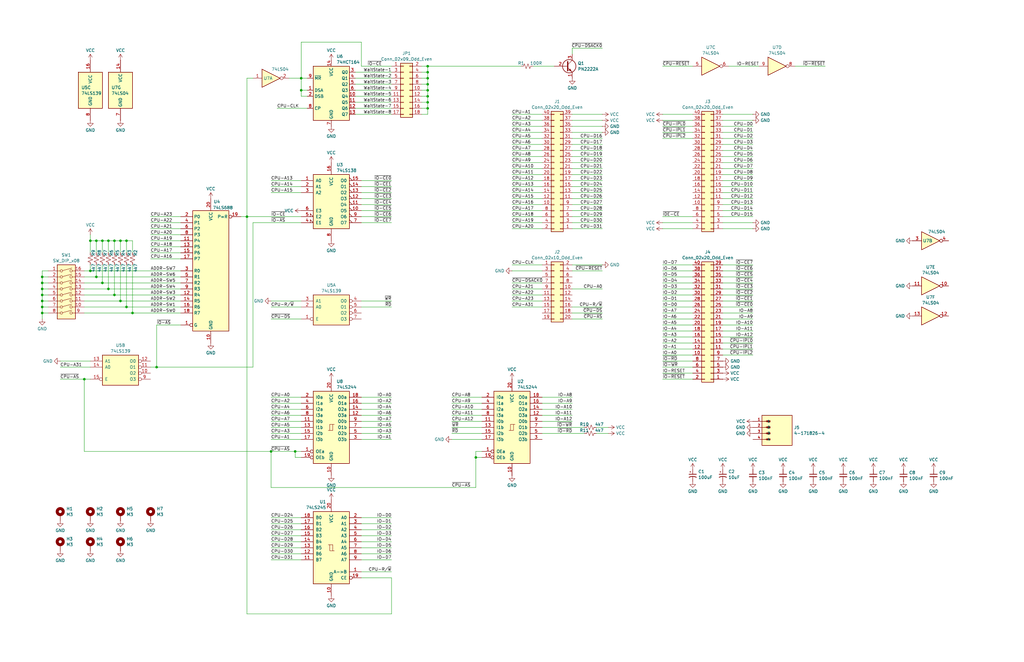
<source format=kicad_sch>
(kicad_sch (version 20231120) (generator "eeschema") (generator_version "8.0")
  (paper "B")
  (junction (at 127 33.02))
  (junction (at 180.34 38.1))
  (junction (at 180.34 43.18))
  (junction (at 48.26 101.6))
  (junction (at 180.34 30.48))
  (junction (at 17.78 129.54))
  (junction (at 17.78 116.84))
  (junction (at 53.34 101.6))
  (junction (at 17.78 124.46))
  (junction (at 127 38.1))
  (junction (at 53.34 129.54))
  (junction (at 45.72 121.92))
  (junction (at 66.04 154.94))
  (junction (at 48.26 124.46))
  (junction (at 17.78 127))
  (junction (at 17.78 121.92))
  (junction (at 45.72 101.6))
  (junction (at 104.14 91.44))
  (junction (at 17.78 119.38))
  (junction (at 114.3 190.5))
  (junction (at 180.34 27.94))
  (junction (at 38.1 114.3))
  (junction (at 180.34 35.56))
  (junction (at 180.34 40.64))
  (junction (at 180.34 45.72))
  (junction (at 43.18 101.6))
  (junction (at 40.64 116.84))
  (junction (at 17.78 132.08))
  (junction (at 50.8 101.6))
  (junction (at 35.56 160.02))
  (junction (at 124.46 190.5))
  (junction (at 50.8 127))
  (junction (at 180.34 33.02))
  (junction (at 55.88 132.08))
  (junction (at 40.64 101.6))
  (junction (at 200.66 193.04))
  (junction (at 43.18 119.38))
  (junction (at 38.1 101.6))
  (wire (pts (xy 215.9 48.26) (xy 228.6 48.26)))
  (wire (pts (xy 177.8 33.02) (xy 180.34 33.02)))
  (wire (pts (xy 50.8 101.6) (xy 50.8 106.68)))
  (wire (pts (xy 177.8 27.94) (xy 180.34 27.94)))
  (wire (pts (xy 106.68 154.94) (xy 106.68 93.98)))
  (wire (pts (xy 53.34 101.6) (xy 53.34 106.68)))
  (wire (pts (xy 17.78 121.92) (xy 17.78 119.38)))
  (wire (pts (xy 38.1 114.3) (xy 76.2 114.3)))
  (wire (pts (xy 292.1 137.16) (xy 279.4 137.16)))
  (wire (pts (xy 292.1 111.76) (xy 279.4 111.76)))
  (wire (pts (xy 152.4 233.68) (xy 165.1 233.68)))
  (wire (pts (xy 203.2 193.04) (xy 200.66 193.04)))
  (wire (pts (xy 241.3 132.08) (xy 254 132.08)))
  (wire (pts (xy 165.1 259.08) (xy 104.14 259.08)))
  (wire (pts (xy 292.1 147.32) (xy 279.4 147.32)))
  (wire (pts (xy 292.1 116.84) (xy 279.4 116.84)))
  (wire (pts (xy 241.3 68.58) (xy 254 68.58)))
  (wire (pts (xy 241.3 22.86) (xy 241.3 20.32)))
  (wire (pts (xy 165.1 33.02) (xy 149.86 33.02)))
  (wire (pts (xy 304.8 124.46) (xy 317.5 124.46)))
  (wire (pts (xy 180.34 30.48) (xy 180.34 27.94)))
  (wire (pts (xy 43.18 119.38) (xy 76.2 119.38)))
  (wire (pts (xy 17.78 132.08) (xy 17.78 129.54)))
  (wire (pts (xy 43.18 101.6) (xy 40.64 101.6)))
  (wire (pts (xy 292.1 134.62) (xy 279.4 134.62)))
  (wire (pts (xy 152.4 81.28) (xy 165.1 81.28)))
  (wire (pts (xy 241.3 78.74) (xy 254 78.74)))
  (wire (pts (xy 40.64 111.76) (xy 40.64 116.84)))
  (wire (pts (xy 215.9 60.96) (xy 228.6 60.96)))
  (wire (pts (xy 200.66 190.5) (xy 203.2 190.5)))
  (wire (pts (xy 165.1 43.18) (xy 149.86 43.18)))
  (wire (pts (xy 304.8 142.24) (xy 317.5 142.24)))
  (wire (pts (xy 215.9 66.04) (xy 228.6 66.04)))
  (wire (pts (xy 165.1 45.72) (xy 149.86 45.72)))
  (wire (pts (xy 114.3 218.44) (xy 127 218.44)))
  (wire (pts (xy 114.3 76.2) (xy 127 76.2)))
  (wire (pts (xy 114.3 223.52) (xy 127 223.52)))
  (wire (pts (xy 251.46 180.34) (xy 256.54 180.34)))
  (wire (pts (xy 40.64 101.6) (xy 40.64 106.68)))
  (wire (pts (xy 304.8 121.92) (xy 317.5 121.92)))
  (wire (pts (xy 152.4 167.64) (xy 165.1 167.64)))
  (wire (pts (xy 228.6 180.34) (xy 246.38 180.34)))
  (wire (pts (xy 215.9 76.2) (xy 228.6 76.2)))
  (wire (pts (xy 304.8 78.74) (xy 317.5 78.74)))
  (wire (pts (xy 17.78 116.84) (xy 20.32 116.84)))
  (wire (pts (xy 215.9 91.44) (xy 228.6 91.44)))
  (wire (pts (xy 335.28 27.94) (xy 347.98 27.94)))
  (wire (pts (xy 241.3 55.88) (xy 254 55.88)))
  (wire (pts (xy 127 33.02) (xy 127 38.1)))
  (wire (pts (xy 17.78 127) (xy 20.32 127)))
  (wire (pts (xy 124.46 193.04) (xy 124.46 190.5)))
  (wire (pts (xy 317.5 149.86) (xy 304.8 149.86)))
  (wire (pts (xy 63.5 106.68) (xy 76.2 106.68)))
  (wire (pts (xy 114.3 226.06) (xy 127 226.06)))
  (wire (pts (xy 55.88 132.08) (xy 76.2 132.08)))
  (wire (pts (xy 304.8 88.9) (xy 317.5 88.9)))
  (wire (pts (xy 215.9 78.74) (xy 228.6 78.74)))
  (wire (pts (xy 180.34 27.94) (xy 219.71 27.94)))
  (wire (pts (xy 17.78 127) (xy 17.78 124.46)))
  (wire (pts (xy 35.56 114.3) (xy 38.1 114.3)))
  (wire (pts (xy 292.1 121.92) (xy 279.4 121.92)))
  (wire (pts (xy 104.14 33.02) (xy 104.14 91.44)))
  (wire (pts (xy 63.5 93.98) (xy 76.2 93.98)))
  (wire (pts (xy 292.1 127) (xy 279.4 127)))
  (wire (pts (xy 228.6 177.8) (xy 241.3 177.8)))
  (wire (pts (xy 127 193.04) (xy 124.46 193.04)))
  (wire (pts (xy 17.78 116.84) (xy 17.78 114.3)))
  (wire (pts (xy 114.3 220.98) (xy 127 220.98)))
  (wire (pts (xy 215.9 93.98) (xy 228.6 93.98)))
  (wire (pts (xy 215.9 71.12) (xy 228.6 71.12)))
  (wire (pts (xy 292.1 50.8) (xy 279.4 50.8)))
  (wire (pts (xy 304.8 127) (xy 317.5 127)))
  (wire (pts (xy 35.56 119.38) (xy 43.18 119.38)))
  (wire (pts (xy 152.4 218.44) (xy 165.1 218.44)))
  (wire (pts (xy 152.4 170.18) (xy 165.1 170.18)))
  (wire (pts (xy 304.8 111.76) (xy 317.5 111.76)))
  (wire (pts (xy 241.3 50.8) (xy 254 50.8)))
  (wire (pts (xy 165.1 40.64) (xy 149.86 40.64)))
  (wire (pts (xy 292.1 149.86) (xy 279.4 149.86)))
  (wire (pts (xy 304.8 116.84) (xy 317.5 116.84)))
  (wire (pts (xy 292.1 132.08) (xy 279.4 132.08)))
  (wire (pts (xy 76.2 137.16) (xy 66.04 137.16)))
  (wire (pts (xy 17.78 121.92) (xy 20.32 121.92)))
  (wire (pts (xy 104.14 259.08) (xy 104.14 91.44)))
  (wire (pts (xy 165.1 27.94) (xy 152.4 27.94)))
  (wire (pts (xy 104.14 91.44) (xy 127 91.44)))
  (wire (pts (xy 165.1 38.1) (xy 149.86 38.1)))
  (wire (pts (xy 279.4 55.88) (xy 292.1 55.88)))
  (wire (pts (xy 215.9 86.36) (xy 228.6 86.36)))
  (wire (pts (xy 304.8 76.2) (xy 317.5 76.2)))
  (wire (pts (xy 63.5 91.44) (xy 76.2 91.44)))
  (wire (pts (xy 177.8 30.48) (xy 180.34 30.48)))
  (wire (pts (xy 228.6 167.64) (xy 241.3 167.64)))
  (wire (pts (xy 152.4 226.06) (xy 165.1 226.06)))
  (wire (pts (xy 124.46 190.5) (xy 127 190.5)))
  (wire (pts (xy 292.1 144.78) (xy 279.4 144.78)))
  (wire (pts (xy 152.4 223.52) (xy 165.1 223.52)))
  (wire (pts (xy 165.1 243.84) (xy 165.1 259.08)))
  (wire (pts (xy 304.8 81.28) (xy 317.5 81.28)))
  (wire (pts (xy 307.34 27.94) (xy 320.04 27.94)))
  (wire (pts (xy 215.9 58.42) (xy 228.6 58.42)))
  (wire (pts (xy 35.56 121.92) (xy 45.72 121.92)))
  (wire (pts (xy 152.4 182.88) (xy 165.1 182.88)))
  (wire (pts (xy 304.8 134.62) (xy 317.5 134.62)))
  (wire (pts (xy 241.3 88.9) (xy 254 88.9)))
  (wire (pts (xy 215.9 50.8) (xy 228.6 50.8)))
  (wire (pts (xy 292.1 114.3) (xy 279.4 114.3)))
  (wire (pts (xy 152.4 236.22) (xy 165.1 236.22)))
  (wire (pts (xy 127 33.02) (xy 129.54 33.02)))
  (wire (pts (xy 292.1 139.7) (xy 279.4 139.7)))
  (wire (pts (xy 53.34 111.76) (xy 53.34 129.54)))
  (wire (pts (xy 17.78 129.54) (xy 20.32 129.54)))
  (wire (pts (xy 177.8 38.1) (xy 180.34 38.1)))
  (wire (pts (xy 104.14 33.02) (xy 106.68 33.02)))
  (wire (pts (xy 241.3 20.32) (xy 254 20.32)))
  (wire (pts (xy 215.9 73.66) (xy 228.6 73.66)))
  (wire (pts (xy 215.9 121.92) (xy 228.6 121.92)))
  (wire (pts (xy 152.4 228.6) (xy 165.1 228.6)))
  (wire (pts (xy 38.1 111.76) (xy 38.1 114.3)))
  (wire (pts (xy 40.64 116.84) (xy 76.2 116.84)))
  (wire (pts (xy 48.26 111.76) (xy 48.26 124.46)))
  (wire (pts (xy 180.34 43.18) (xy 180.34 40.64)))
  (wire (pts (xy 152.4 220.98) (xy 165.1 220.98)))
  (wire (pts (xy 152.4 231.14) (xy 165.1 231.14)))
  (wire (pts (xy 63.5 154.94) (xy 66.04 154.94)))
  (wire (pts (xy 292.1 119.38) (xy 279.4 119.38)))
  (wire (pts (xy 35.56 190.5) (xy 114.3 190.5)))
  (wire (pts (xy 127 134.62) (xy 114.3 134.62)))
  (wire (pts (xy 35.56 116.84) (xy 40.64 116.84)))
  (wire (pts (xy 53.34 101.6) (xy 50.8 101.6)))
  (wire (pts (xy 50.8 101.6) (xy 48.26 101.6)))
  (wire (pts (xy 304.8 68.58) (xy 317.5 68.58)))
  (wire (pts (xy 215.9 111.76) (xy 228.6 111.76)))
  (wire (pts (xy 215.9 55.88) (xy 228.6 55.88)))
  (wire (pts (xy 17.78 119.38) (xy 20.32 119.38)))
  (wire (pts (xy 25.4 160.02) (xy 35.56 160.02)))
  (wire (pts (xy 292.1 142.24) (xy 279.4 142.24)))
  (wire (pts (xy 241.3 73.66) (xy 254 73.66)))
  (wire (pts (xy 292.1 48.26) (xy 279.4 48.26)))
  (wire (pts (xy 129.54 40.64) (xy 127 40.64)))
  (wire (pts (xy 292.1 157.48) (xy 279.4 157.48)))
  (wire (pts (xy 152.4 83.82) (xy 165.1 83.82)))
  (wire (pts (xy 50.8 127) (xy 76.2 127)))
  (wire (pts (xy 224.79 27.94) (xy 233.68 27.94)))
  (wire (pts (xy 215.9 124.46) (xy 228.6 124.46)))
  (wire (pts (xy 317.5 147.32) (xy 304.8 147.32)))
  (wire (pts (xy 17.78 132.08) (xy 20.32 132.08)))
  (wire (pts (xy 114.3 182.88) (xy 127 182.88)))
  (wire (pts (xy 17.78 124.46) (xy 20.32 124.46)))
  (wire (pts (xy 304.8 132.08) (xy 317.5 132.08)))
  (wire (pts (xy 55.88 106.68) (xy 55.88 101.6)))
  (wire (pts (xy 228.6 119.38) (xy 215.9 119.38)))
  (wire (pts (xy 251.46 182.88) (xy 256.54 182.88)))
  (wire (pts (xy 190.5 177.8) (xy 203.2 177.8)))
  (wire (pts (xy 228.6 172.72) (xy 241.3 172.72)))
  (wire (pts (xy 152.4 78.74) (xy 165.1 78.74)))
  (wire (pts (xy 254 111.76) (xy 241.3 111.76)))
  (wire (pts (xy 114.3 205.74) (xy 114.3 190.5)))
  (wire (pts (xy 180.34 38.1) (xy 180.34 35.56)))
  (wire (pts (xy 215.9 53.34) (xy 228.6 53.34)))
  (wire (pts (xy 228.6 175.26) (xy 241.3 175.26)))
  (wire (pts (xy 129.54 38.1) (xy 127 38.1)))
  (wire (pts (xy 200.66 193.04) (xy 200.66 190.5)))
  (wire (pts (xy 63.5 104.14) (xy 76.2 104.14)))
  (wire (pts (xy 152.4 180.34) (xy 165.1 180.34)))
  (wire (pts (xy 114.3 236.22) (xy 127 236.22)))
  (wire (pts (xy 304.8 71.12) (xy 317.5 71.12)))
  (wire (pts (xy 317.5 144.78) (xy 304.8 144.78)))
  (wire (pts (xy 304.8 66.04) (xy 317.5 66.04)))
  (wire (pts (xy 304.8 139.7) (xy 317.5 139.7)))
  (wire (pts (xy 127 17.78) (xy 127 33.02)))
  (wire (pts (xy 53.34 129.54) (xy 76.2 129.54)))
  (wire (pts (xy 215.9 88.9) (xy 228.6 88.9)))
  (wire (pts (xy 215.9 96.52) (xy 228.6 96.52)))
  (wire (pts (xy 152.4 177.8) (xy 165.1 177.8)))
  (wire (pts (xy 152.4 185.42) (xy 165.1 185.42)))
  (wire (pts (xy 241.3 86.36) (xy 254 86.36)))
  (wire (pts (xy 152.4 243.84) (xy 165.1 243.84)))
  (wire (pts (xy 165.1 30.48) (xy 149.86 30.48)))
  (wire (pts (xy 190.5 175.26) (xy 203.2 175.26)))
  (wire (pts (xy 45.72 101.6) (xy 43.18 101.6)))
  (wire (pts (xy 241.3 91.44) (xy 254 91.44)))
  (wire (pts (xy 48.26 101.6) (xy 48.26 106.68)))
  (wire (pts (xy 63.5 96.52) (xy 76.2 96.52)))
  (wire (pts (xy 45.72 111.76) (xy 45.72 121.92)))
  (wire (pts (xy 215.9 63.5) (xy 228.6 63.5)))
  (wire (pts (xy 203.2 180.34) (xy 190.5 180.34)))
  (wire (pts (xy 304.8 60.96) (xy 317.5 60.96)))
  (wire (pts (xy 241.3 58.42) (xy 254 58.42)))
  (wire (pts (xy 38.1 101.6) (xy 38.1 106.68)))
  (wire (pts (xy 17.78 134.62) (xy 17.78 132.08)))
  (wire (pts (xy 165.1 35.56) (xy 149.86 35.56)))
  (wire (pts (xy 177.8 43.18) (xy 180.34 43.18)))
  (wire (pts (xy 279.4 91.44) (xy 292.1 91.44)))
  (wire (pts (xy 43.18 111.76) (xy 43.18 119.38)))
  (wire (pts (xy 114.3 233.68) (xy 127 233.68)))
  (wire (pts (xy 66.04 137.16) (xy 66.04 154.94)))
  (wire (pts (xy 114.3 190.5) (xy 124.46 190.5)))
  (wire (pts (xy 66.04 154.94) (xy 106.68 154.94)))
  (wire (pts (xy 177.8 45.72) (xy 180.34 45.72)))
  (wire (pts (xy 241.3 71.12) (xy 254 71.12)))
  (wire (pts (xy 177.8 40.64) (xy 180.34 40.64)))
  (wire (pts (xy 35.56 129.54) (xy 53.34 129.54)))
  (wire (pts (xy 38.1 99.06) (xy 38.1 101.6)))
  (wire (pts (xy 241.3 76.2) (xy 254 76.2)))
  (wire (pts (xy 304.8 137.16) (xy 317.5 137.16)))
  (wire (pts (xy 215.9 127) (xy 228.6 127)))
  (wire (pts (xy 114.3 231.14) (xy 127 231.14)))
  (wire (pts (xy 152.4 129.54) (xy 165.1 129.54)))
  (wire (pts (xy 215.9 114.3) (xy 228.6 114.3)))
  (wire (pts (xy 180.34 45.72) (xy 180.34 43.18)))
  (wire (pts (xy 241.3 60.96) (xy 254 60.96)))
  (wire (pts (xy 190.5 170.18) (xy 203.2 170.18)))
  (wire (pts (xy 304.8 83.82) (xy 317.5 83.82)))
  (wire (pts (xy 215.9 81.28) (xy 228.6 81.28)))
  (wire (pts (xy 152.4 27.94) (xy 152.4 17.78)))
  (wire (pts (xy 152.4 127) (xy 165.1 127)))
  (wire (pts (xy 200.66 205.74) (xy 114.3 205.74)))
  (wire (pts (xy 304.8 93.98) (xy 317.5 93.98)))
  (wire (pts (xy 152.4 86.36) (xy 165.1 86.36)))
  (wire (pts (xy 152.4 91.44) (xy 165.1 91.44)))
  (wire (pts (xy 215.9 129.54) (xy 228.6 129.54)))
  (wire (pts (xy 25.4 152.4) (xy 38.1 152.4)))
  (wire (pts (xy 152.4 88.9) (xy 165.1 88.9)))
  (wire (pts (xy 114.3 78.74) (xy 127 78.74)))
  (wire (pts (xy 200.66 193.04) (xy 200.66 205.74)))
  (wire (pts (xy 55.88 101.6) (xy 53.34 101.6)))
  (wire (pts (xy 63.5 101.6) (xy 76.2 101.6)))
  (wire (pts (xy 17.78 114.3) (xy 20.32 114.3)))
  (wire (pts (xy 304.8 96.52) (xy 317.5 96.52)))
  (wire (pts (xy 177.8 35.56) (xy 180.34 35.56)))
  (wire (pts (xy 152.4 76.2) (xy 165.1 76.2)))
  (wire (pts (xy 114.3 177.8) (xy 127 177.8)))
  (wire (pts (xy 304.8 48.26) (xy 317.5 48.26)))
  (wire (pts (xy 241.3 96.52) (xy 254 96.52)))
  (wire (pts (xy 292.1 160.02) (xy 279.4 160.02)))
  (wire (pts (xy 292.1 129.54) (xy 279.4 129.54)))
  (wire (pts (xy 292.1 93.98) (xy 279.4 93.98)))
  (wire (pts (xy 304.8 58.42) (xy 317.5 58.42)))
  (wire (pts (xy 292.1 154.94) (xy 279.4 154.94)))
  (wire (pts (xy 241.3 63.5) (xy 254 63.5)))
  (wire (pts (xy 101.6 91.44) (xy 104.14 91.44)))
  (wire (pts (xy 304.8 129.54) (xy 317.5 129.54)))
  (wire (pts (xy 241.3 81.28) (xy 254 81.28)))
  (wire (pts (xy 241.3 83.82) (xy 254 83.82)))
  (wire (pts (xy 40.64 101.6) (xy 38.1 101.6)))
  (wire (pts (xy 17.78 124.46) (xy 17.78 121.92)))
  (wire (pts (xy 304.8 50.8) (xy 317.5 50.8)))
  (wire (pts (xy 35.56 160.02) (xy 38.1 160.02)))
  (wire (pts (xy 304.8 119.38) (xy 317.5 119.38)))
  (wire (pts (xy 127 38.1) (xy 127 40.64)))
  (wire (pts (xy 215.9 68.58) (xy 228.6 68.58)))
  (wire (pts (xy 116.84 45.72) (xy 129.54 45.72)))
  (wire (pts (xy 17.78 129.54) (xy 17.78 127)))
  (wire (pts (xy 48.26 101.6) (xy 45.72 101.6)))
  (wire (pts (xy 121.92 33.02) (xy 127 33.02)))
  (wire (pts (xy 292.1 27.94) (xy 279.4 27.94)))
  (wire (pts (xy 241.3 53.34) (xy 254 53.34)))
  (wire (pts (xy 152.4 93.98) (xy 165.1 93.98)))
  (wire (pts (xy 114.3 167.64) (xy 127 167.64)))
  (wire (pts (xy 241.3 114.3) (xy 254 114.3)))
  (wire (pts (xy 114.3 185.42) (xy 127 185.42)))
  (wire (pts (xy 35.56 132.08) (xy 55.88 132.08)))
  (wire (pts (xy 180.34 33.02) (xy 180.34 30.48)))
  (wire (pts (xy 304.8 86.36) (xy 317.5 86.36)))
  (wire (pts (xy 241.3 121.92) (xy 254 121.92)))
  (wire (pts (xy 114.3 81.28) (xy 127 81.28)))
  (wire (pts (xy 228.6 182.88) (xy 246.38 182.88)))
  (wire (pts (xy 241.3 134.62) (xy 254 134.62)))
  (wire (pts (xy 55.88 111.76) (xy 55.88 132.08)))
  (wire (pts (xy 114.3 180.34) (xy 127 180.34)))
  (wire (pts (xy 63.5 109.22) (xy 76.2 109.22)))
  (wire (pts (xy 152.4 175.26) (xy 165.1 175.26)))
  (wire (pts (xy 215.9 83.82) (xy 228.6 83.82)))
  (wire (pts (xy 152.4 241.3) (xy 165.1 241.3)))
  (wire (pts (xy 35.56 127) (xy 50.8 127)))
  (wire (pts (xy 35.56 124.46) (xy 48.26 124.46)))
  (wire (pts (xy 241.3 129.54) (xy 254 129.54)))
  (wire (pts (xy 177.8 48.26) (xy 180.34 48.26)))
  (wire (pts (xy 152.4 172.72) (xy 165.1 172.72)))
  (wire (pts (xy 114.3 175.26) (xy 127 175.26)))
  (wire (pts (xy 304.8 73.66) (xy 317.5 73.66)))
  (wire (pts (xy 203.2 182.88) (xy 190.5 182.88)))
  (wire (pts (xy 45.72 101.6) (xy 45.72 106.68)))
  (wire (pts (xy 45.72 121.92) (xy 76.2 121.92)))
  (wire (pts (xy 241.3 48.26) (xy 254 48.26)))
  (wire (pts (xy 190.5 185.42) (xy 203.2 185.42)))
  (wire (pts (xy 48.26 124.46) (xy 76.2 124.46)))
  (wire (pts (xy 304.8 55.88) (xy 317.5 55.88)))
  (wire (pts (xy 180.34 35.56) (xy 180.34 33.02)))
  (wire (pts (xy 241.3 93.98) (xy 254 93.98)))
  (wire (pts (xy 241.3 66.04) (xy 254 66.04)))
  (wire (pts (xy 165.1 48.26) (xy 149.86 48.26)))
  (wire (pts (xy 180.34 48.26) (xy 180.34 45.72)))
  (wire (pts (xy 114.3 127) (xy 127 127)))
  (wire (pts (xy 304.8 63.5) (xy 317.5 63.5)))
  (wire (pts (xy 304.8 53.34) (xy 317.5 53.34)))
  (wire (pts (xy 114.3 170.18) (xy 127 170.18)))
  (wire (pts (xy 50.8 111.76) (xy 50.8 127)))
  (wire (pts (xy 292.1 124.46) (xy 279.4 124.46)))
  (wire (pts (xy 304.8 91.44) (xy 317.5 91.44)))
  (wire (pts (xy 304.8 114.3) (xy 317.5 114.3)))
  (wire (pts (xy 114.3 129.54) (xy 127 129.54)))
  (wire (pts (xy 279.4 58.42) (xy 292.1 58.42)))
  (wire (pts (xy 292.1 152.4) (xy 279.4 152.4)))
  (wire (pts (xy 279.4 53.34) (xy 292.1 53.34)))
  (wire (pts (xy 106.68 93.98) (xy 127 93.98)))
  (wire (pts (xy 25.4 154.94) (xy 38.1 154.94)))
  (wire (pts (xy 292.1 96.52) (xy 279.4 96.52)))
  (wire (pts (xy 114.3 172.72) (xy 127 172.72)))
  (wire (pts (xy 190.5 167.64) (xy 203.2 167.64)))
  (wire (pts (xy 127 17.78) (xy 152.4 17.78)))
  (wire (pts (xy 43.18 101.6) (xy 43.18 106.68)))
  (wire (pts (xy 228.6 170.18) (xy 241.3 170.18)))
  (wire (pts (xy 17.78 119.38) (xy 17.78 116.84)))
  (wire (pts (xy 63.5 99.06) (xy 76.2 99.06)))
  (wire (pts (xy 180.34 40.64) (xy 180.34 38.1)))
  (wire (pts (xy 190.5 172.72) (xy 203.2 172.72)))
  (wire (pts (xy 35.56 190.5) (xy 35.56 160.02)))
  (wire (pts (xy 114.3 228.6) (xy 127 228.6)))
  (label "CPU-A11" (at 190.5 175.26 0))
  (label "CPU-A15" (at 114.3 81.28 0))
  (label "CPU-A4" (at 114.3 172.72 0))
  (label "~{IO-AS}" (at 66.04 137.16 0))
  (label "IO-D2" (at 165.1 223.52 180))
  (label "ADDR-SW5" (at 63.5 119.38 0))
  (label "CPU-A6" (at 114.3 175.26 0))
  (label "CPU-A10" (at 215.9 71.12 0))
  (label "~{CPU-IPL1}" (at 279.4 55.88 0))
  (label "CPU-D15" (at 317.5 91.44 180))
  (label "CPU-D14" (at 317.5 88.9 180))
  (label "~{CPU-IPL2}" (at 279.4 58.42 0))
  (label "CPU-A8" (at 190.5 167.64 0))
  (label "~{CPU-DS}" (at 254 132.08 180))
  (label "CPU-A1" (at 215.9 48.26 0))
  (label "CPU-D29" (at 254 91.44 180))
  (label "CPU-A31" (at 25.4 154.94 0))
  (label "IO-A7" (at 279.4 132.08 0))
  (label "ADDR-SW2" (at 63.5 127 0))
  (label "IO-D1" (at 165.1 220.98 180))
  (label "CPU-A2" (at 114.3 170.18 0))
  (label "~{IDE-CE}" (at 279.4 91.44 0))
  (label "WaitState-6" (at 165.1 43.18 180))
  (label "CPU-A13" (at 114.3 76.2 0))
  (label "CPU-A19" (at 63.5 101.6 0))
  (label "ADDR-SW6" (at 63.5 116.84 0))
  (label "CPU-D13" (at 317.5 86.36 180))
  (label "IO-D0" (at 165.1 218.44 180))
  (label "WaitState-7" (at 165.1 45.72 180))
  (label "CPU-D25" (at 114.3 220.98 0))
  (label "CPU-D22" (at 254 73.66 180))
  (label "~{IO-CE7}" (at 317.5 111.76 180))
  (label "CPU-A7" (at 114.3 177.8 0))
  (label "IO-D4" (at 165.1 228.6 180))
  (label "CPU-A23" (at 63.5 91.44 0))
  (label "CPU-A14" (at 215.9 81.28 0))
  (label "~{IO-CE6}" (at 317.5 114.3 180))
  (label "CPU-D20" (at 254 68.58 180))
  (label "~{IO-CE0}" (at 165.1 76.2 180))
  (label "CPU-D17" (at 254 60.96 180))
  (label "IO-D2" (at 279.4 124.46 0))
  (label "~{RD}" (at 165.1 129.54 180))
  (label "IO-A1" (at 165.1 185.42 180))
  (label "IO-D3" (at 279.4 121.92 0))
  (label "CPU-A21" (at 63.5 96.52 0))
  (label "CPU-CLK" (at 116.84 45.72 0))
  (label "~{IO-CE0}" (at 317.5 129.54 180))
  (label "~{IO-WR}" (at 241.3 180.34 180))
  (label "~{CPU-AS}" (at 190.5 205.74 0))
  (label "ADDR-SW4" (at 63.5 121.92 0))
  (label "CPU-CLK" (at 215.9 111.76 0))
  (label "~{CPU-DS}" (at 114.3 134.62 0))
  (label "CPU-D29" (at 114.3 231.14 0))
  (label "CPU-D24" (at 254 78.74 180))
  (label "~{WR}" (at 190.5 180.34 0))
  (label "CPU-A11" (at 215.9 73.66 0))
  (label "CPU-D4" (at 317.5 63.5 180))
  (label "CPU-D11" (at 317.5 81.28 180))
  (label "CPU-D1" (at 317.5 55.88 180))
  (label "IO-A3" (at 279.4 142.24 0))
  (label "CPU-A21" (at 215.9 121.92 0))
  (label "CPU-D26" (at 114.3 223.52 0))
  (label "CPU-A5" (at 215.9 58.42 0))
  (label "CPU-D26" (at 254 83.82 180))
  (label "~{IO-CE}" (at 154.94 27.94 0))
  (label "CPU-D8" (at 317.5 73.66 180))
  (label "CPU-D30" (at 114.3 233.68 0))
  (label "IO-A7" (at 165.1 177.8 180))
  (label "CPU-D25" (at 254 81.28 180))
  (label "IO-A0" (at 279.4 149.86 0))
  (label "CPU-D10" (at 317.5 78.74 180))
  (label "IO-A1" (at 279.4 147.32 0))
  (label "ADDR-SW0" (at 63.5 132.08 0))
  (label "WaitState-2" (at 165.1 33.02 180))
  (label "CPU-D0" (at 317.5 53.34 180))
  (label "CPU-A22" (at 215.9 124.46 0))
  (label "~{CPU-DSACK0}" (at 215.9 119.38 0))
  (label "CPU-D19" (at 254 66.04 180))
  (label "CPU-D2" (at 317.5 58.42 180))
  (label "CPU-A5" (at 114.3 180.34 0))
  (label "~{CPU-AS}" (at 254 134.62 180))
  (label "IO-A9" (at 317.5 134.62 180))
  (label "CPU-A17" (at 63.5 106.68 0))
  (label "WaitState-3" (at 165.1 35.56 180))
  (label "CPU-D3" (at 317.5 60.96 180))
  (label "~{IO-CE4}" (at 317.5 119.38 180))
  (label "WaitState-8" (at 165.1 48.26 180))
  (label "~{IO-CE2}" (at 317.5 124.46 180))
  (label "IO-A8" (at 241.3 167.64 180))
  (label "IO-A11" (at 317.5 139.7 180))
  (label "~{IO-CE3}" (at 165.1 83.82 180))
  (label "CPU-A16" (at 63.5 109.22 0))
  (label "~{IO-RESET}" (at 347.98 27.94 180))
  (label "~{IO-CE1}" (at 165.1 78.74 180))
  (label "CPU-D5" (at 317.5 66.04 180))
  (label "CPU-A18" (at 63.5 104.14 0))
  (label "IO-A5" (at 165.1 180.34 180))
  (label "~{IO-AS}" (at 114.3 93.98 0))
  (label "IO-A4" (at 165.1 172.72 180))
  (label "CPU-D16" (at 254 58.42 180))
  (label "IO-A12" (at 241.3 177.8 180))
  (label "WaitState-4" (at 165.1 38.1 180))
  (label "~{CPU-AS}" (at 25.4 160.02 0))
  (label "~{RD}" (at 190.5 182.88 0))
  (label "IO-A6" (at 165.1 175.26 180))
  (label "CPU-A10" (at 190.5 172.72 0))
  (label "~{IO-RESET}" (at 279.4 160.02 0))
  (label "CPU-A13" (at 215.9 78.74 0))
  (label "IO-A2" (at 279.4 144.78 0))
  (label "IO-A9" (at 241.3 170.18 180))
  (label "CPU-A22" (at 63.5 93.98 0))
  (label "CPU-D7" (at 317.5 71.12 180))
  (label "CPU-A8" (at 215.9 66.04 0))
  (label "IO-D6" (at 165.1 233.68 180))
  (label "~{CPU-RESET}" (at 279.4 27.94 0))
  (label "~{IO-CE}" (at 114.3 91.44 0))
  (label "~{IO-CE4}" (at 165.1 86.36 180))
  (label "CPU-A1" (at 114.3 185.42 0))
  (label "~{IO-CE2}" (at 165.1 81.28 180))
  (label "ADDR-SW7" (at 63.5 114.3 0))
  (label "CPU-A16" (at 215.9 86.36 0))
  (label "~{IO-RD}" (at 241.3 182.88 180))
  (label "IO-RESET" (at 320.04 27.94 180))
  (label "IO-D4" (at 279.4 119.38 0))
  (label "IO-A12" (at 317.5 142.24 180))
  (label "WaitState-1" (at 165.1 30.48 180))
  (label "CPU-A12" (at 190.5 177.8 0))
  (label "IO-A10" (at 317.5 137.16 180))
  (label "CPU-D9" (at 317.5 76.2 180))
  (label "CPU-A4" (at 215.9 55.88 0))
  (label "CPU-A6" (at 215.9 60.96 0))
  (label "CPU-A0" (at 114.3 167.64 0))
  (label "~{WR}" (at 165.1 127 180))
  (label "~{CPU-IPL0}" (at 317.5 144.78 180))
  (label "IO-D5" (at 279.4 116.84 0))
  (label "IO-A11" (at 241.3 175.26 180))
  (label "CPU-A17" (at 215.9 88.9 0))
  (label "WaitState-5" (at 165.1 40.64 180))
  (label "CPU-R{slash}~{W}" (at 114.3 129.54 0))
  (label "CPU-A15" (at 215.9 83.82 0))
  (label "CPU-D28" (at 114.3 228.6 0))
  (label "CPU-D30" (at 254 93.98 180))
  (label "IO-A10" (at 241.3 172.72 180))
  (label "~{IO-CE6}" (at 165.1 91.44 180))
  (label "~{IO-CE5}" (at 317.5 116.84 180))
  (label "CPU-D27" (at 254 86.36 180))
  (label "IO-A3" (at 165.1 182.88 180))
  (label "CPU-A12" (at 215.9 76.2 0))
  (label "~{IO-RD}" (at 279.4 152.4 0))
  (label "IO-D5" (at 165.1 231.14 180))
  (label "CPU-D12" (at 317.5 83.82 180))
  (label "IO-A5" (at 279.4 137.16 0))
  (label "IO-A2" (at 165.1 170.18 180))
  (label "CPU-A9" (at 215.9 68.58 0))
  (label "CPU-D18" (at 254 63.5 180))
  (label "CPU-A14" (at 114.3 78.74 0))
  (label "CPU-D27" (at 114.3 226.06 0))
  (label "~{CPU-IPL0}" (at 279.4 53.34 0))
  (label "ADDR-SW3" (at 63.5 124.46 0))
  (label "IO-D6" (at 279.4 114.3 0))
  (label "IO-D7" (at 165.1 236.22 180))
  (label "CPU-A7" (at 215.9 63.5 0))
  (label "~{CPU-DSACK0}" (at 254 20.32 180))
  (label "~{CPU-IPL2}" (at 317.5 149.86 180))
  (label "~{IO-CE1}" (at 317.5 127 180))
  (label "CPU-D31" (at 114.3 236.22 0))
  (label "CPU-D28" (at 254 88.9 180))
  (label "~{IO-CE5}" (at 165.1 88.9 180))
  (label "~{CPU-AS}" (at 114.3 190.5 0))
  (label "CPU-A2" (at 215.9 50.8 0))
  (label "CPU-R{slash}~{W}" (at 165.1 241.3 180))
  (label "CPU-D21" (at 254 71.12 180))
  (label "~{IO-CE3}" (at 317.5 121.92 180))
  (label "CPU-D31" (at 254 96.52 180))
  (label "CPU-D24" (at 114.3 218.44 0))
  (label "CPU-A19" (at 215.9 93.98 0))
  (label "IO-D1" (at 279.4 127 0))
  (label "CPU-D6" (at 317.5 68.58 180))
  (label "IO-A8" (at 317.5 132.08 180))
  (label "CPU-A20" (at 63.5 99.06 0))
  (label "CPU-A20" (at 215.9 96.52 0))
  (label "CPU-A31" (at 215.9 129.54 0))
  (label "IO-A0" (at 165.1 167.64 180))
  (label "CPU-A0" (at 254 121.92 180))
  (label "~{CPU-IPL1}" (at 317.5 147.32 180))
  (label "CPU-D23" (at 254 76.2 180))
  (label "~{CPU-RESET}" (at 254 114.3 180))
  (label "CPU-R{slash}~{W}" (at 254 129.54 180))
  (label "IO-D0" (at 279.4 129.54 0))
  (label "IO-RESET" (at 279.4 157.48 0))
  (label "ADDR-SW1" (at 63.5 129.54 0))
  (label "IO-A4" (at 279.4 139.7 0))
  (label "CPU-A9" (at 190.5 170.18 0))
  (label "IO-A6" (at 279.4 134.62 0))
  (label "~{IO-WR}" (at 279.4 154.94 0))
  (label "IO-D3" (at 165.1 226.06 180))
  (label "CPU-A23" (at 215.9 127 0))
  (label "~{IO-CE7}" (at 165.1 93.98 180))
  (label "IO-D7" (at 279.4 111.76 0))
  (label "CPU-A3" (at 215.9 53.34 0))
  (label "CPU-A18" (at 215.9 91.44 0))
  (label "CPU-A3" (at 114.3 182.88 0))
  (symbol (lib_id "Device:C_Polarized_Small_US") (at 304.8 200.66 0) (unit 1)
    (property "Reference" "C2" (at 307.1114 199.016 0) (effects (justify left)))
    (property "Value" "10uF" (at 307.1114 201.4403 0) (effects (justify left)))
    (property "Footprint" "Capacitor_THT:CP_Radial_D5.0mm_P2.50mm" (effects (hide yes)))
    (property "Description" "Polarized capacitor, small US symbol" (effects (hide yes)))
  )
  (symbol (lib_id "74xx:74LS04") (at 114.3 33.02 0) (unit 1)
    (property "Reference" "U7" (at 113.03 33.02 0))
    (property "Value" "74LS04" (at 118.11 29.21 0))
    (property "Footprint" "Package_DIP:DIP-14_W7.62mm_Socket" (effects (hide yes)))
    (property "Datasheet" "http://www.ti.com/lit/gpn/sn74LS04" (effects (hide yes)))
    (property "Description" "Hex Inverter" (effects (hide yes)))
  )
  (symbol (lib_id "power:GND") (at 384.81 101.6 270) (unit 1)
    (property "Reference" "#PWR074" (effects (hide yes)))
    (property "Value" "GND" (at 381.6351 101.6 90) (effects (justify right)))
    (property "Description" "Power symbol creates a global label with name \"GND\" , ground" (effects (hide yes)))
  )
  (symbol (lib_id "Mechanical:MountingHole_Pad") (at 63.5 217.17 0) (unit 1) (exclude_from_sim yes) (in_bom no)
    (property "Reference" "H7" (at 66.04 214.6878 0) (effects (justify left)))
    (property "Value" "M3" (at 66.04 217.1121 0) (effects (justify left)))
    (property "Footprint" "MountingHole:MountingHole_3.2mm_M3_Pad_Via" (effects (hide yes)))
    (property "Description" "Mounting Hole with connection" (effects (hide yes)))
  )
  (symbol (lib_id "74xx:74LS04") (at 327.66 27.94 0) (unit 4)
    (property "Reference" "U7" (at 327.66 19.9855 0))
    (property "Value" "74LS04" (at 327.66 22.4098 0))
    (property "Footprint" "Package_DIP:DIP-14_W7.62mm_Socket" (effects (hide yes)))
    (property "Datasheet" "http://www.ti.com/lit/gpn/sn74LS04" (effects (hide yes)))
    (property "Description" "Hex Inverter" (effects (hide yes)))
  )
  (symbol (lib_id "Connector_Generic:Conn_02x20_Odd_Even") (at 299.72 73.66 180) (unit 1)
    (property "Reference" "J3" (at 298.45 42.8455 0))
    (property "Value" "Conn_02x20_Odd_Even" (at 298.45 45.2698 0))
    (property "Footprint" "Connector_PinHeader_2.54mm:PinHeader_2x20_P2.54mm_Horizontal" (effects (hide yes)))
    (property "Description" "Generic connector, double row, 02x20, odd/even pin numbering scheme (row 1 odd numbers, row 2 even numbers), script generated (kicad-library-utils/schlib/autogen/connector/)" (effects (hide yes)))
  )
  (symbol (lib_id "Device:R_Small_US") (at 40.64 109.22 0) (unit 1)
    (property "Reference" "R8" (at 41.91 106.68 90))
    (property "Value" "4k7" (at 41.91 113.03 90))
    (property "Footprint" "Resistor_THT:R_Axial_DIN0204_L3.6mm_D1.6mm_P7.62mm_Horizontal" (effects (hide yes)))
    (property "Description" "Resistor, small US symbol" (effects (hide yes)))
  )
  (symbol (lib_id "Device:C_Small") (at 330.2 200.66 0) (unit 1)
    (property "Reference" "C4" (at 332.5241 199.4541 0) (effects (justify left)))
    (property "Value" "100nF" (at 332.5241 201.8784 0) (effects (justify left)))
    (property "Footprint" "Capacitor_THT:C_Disc_D4.3mm_W1.9mm_P5.00mm" (effects (hide yes)))
    (property "Description" "Unpolarized capacitor, small symbol" (effects (hide yes)))
  )
  (symbol (lib_id "power:VCC") (at 254 48.26 270) (unit 1)
    (property "Reference" "#PWR025" (effects (hide yes)))
    (property "Value" "VCC" (at 257.175 48.26 90) (effects (justify left)))
    (property "Description" "Power symbol creates a global label with name \"VCC\"" (effects (hide yes)))
  )
  (symbol (lib_id "power:GND") (at 50.8 232.41 0) (unit 1)
    (property "Reference" "#PWR035" (effects (hide yes)))
    (property "Value" "GND" (at 50.8 236.5431 0))
    (property "Description" "Power symbol creates a global label with name \"GND\" , ground" (effects (hide yes)))
  )
  (symbol (lib_id "Device:C_Small") (at 317.5 200.66 0) (unit 1)
    (property "Reference" "C3" (at 319.8241 199.4541 0) (effects (justify left)))
    (property "Value" "100nF" (at 319.8241 201.8784 0) (effects (justify left)))
    (property "Footprint" "Capacitor_THT:C_Disc_D4.3mm_W1.9mm_P5.00mm" (effects (hide yes)))
    (property "Description" "Unpolarized capacitor, small symbol" (effects (hide yes)))
  )
  (symbol (lib_id "power:GND") (at 304.8 152.4 90) (unit 1)
    (property "Reference" "#PWR037" (effects (hide yes)))
    (property "Value" "GND" (at 307.975 152.4 90) (effects (justify right)))
    (property "Description" "Power symbol creates a global label with name \"GND\" , ground" (effects (hide yes)))
  )
  (symbol (lib_id "74xx:74LS688") (at 88.9 114.3 0) (unit 1)
    (property "Reference" "U4" (at 91.44 85.09 0))
    (property "Value" "74LS688" (at 93.98 87.63 0))
    (property "Footprint" "Package_DIP:DIP-20_W7.62mm_Socket" (effects (hide yes)))
    (property "Datasheet" "http://www.ti.com/lit/gpn/sn74LS688" (effects (hide yes)))
    (property "Description" "8-bit magnitude comparator" (effects (hide yes)))
  )
  (symbol (lib_id "Device:R_Small_US") (at 50.8 109.22 0) (unit 1)
    (property "Reference" "R4" (at 52.07 106.68 90))
    (property "Value" "4k7" (at 52.07 113.03 90))
    (property "Footprint" "Resistor_THT:R_Axial_DIN0204_L3.6mm_D1.6mm_P7.62mm_Horizontal" (effects (hide yes)))
    (property "Description" "Resistor, small US symbol" (effects (hide yes)))
  )
  (symbol (lib_id "power:GND") (at 317.5 50.8 90) (unit 1)
    (property "Reference" "#PWR071" (effects (hide yes)))
    (property "Value" "GND" (at 320.675 50.8 90) (effects (justify right)))
    (property "Description" "Power symbol creates a global label with name \"GND\" , ground" (effects (hide yes)))
  )
  (symbol (lib_id "power:GND") (at 254 55.88 90) (unit 1)
    (property "Reference" "#PWR028" (effects (hide yes)))
    (property "Value" "GND" (at 257.175 55.88 90) (effects (justify right)))
    (property "Description" "Power symbol creates a global label with name \"GND\" , ground" (effects (hide yes)))
  )
  (symbol (lib_id "power:VCC") (at 279.4 48.26 90) (mirror x) (unit 1)
    (property "Reference" "#PWR066" (effects (hide yes)))
    (property "Value" "VCC" (at 276.225 48.26 90) (effects (justify left)))
    (property "Description" "Power symbol creates a global label with name \"VCC\"" (effects (hide yes)))
  )
  (symbol (lib_id "Mechanical:MountingHole_Pad") (at 38.1 229.87 0) (unit 1) (exclude_from_sim yes) (in_bom no)
    (property "Reference" "H4" (at 40.64 227.3878 0) (effects (justify left)))
    (property "Value" "M3" (at 40.64 229.8121 0) (effects (justify left)))
    (property "Footprint" "MountingHole:MountingHole_3.2mm_M3_Pad_Via" (effects (hide yes)))
    (property "Description" "Mounting Hole with connection" (effects (hide yes)))
  )
  (symbol (lib_id "power:VCC") (at 279.4 96.52 90) (mirror x) (unit 1)
    (property "Reference" "#PWR069" (effects (hide yes)))
    (property "Value" "VCC" (at 276.225 96.52 90) (effects (justify left)))
    (property "Description" "Power symbol creates a global label with name \"VCC\"" (effects (hide yes)))
  )
  (symbol (lib_id "Device:R_Small_US") (at 55.88 109.22 0) (unit 1)
    (property "Reference" "R2" (at 57.15 106.68 90))
    (property "Value" "4k7" (at 57.15 113.03 90))
    (property "Footprint" "Resistor_THT:R_Axial_DIN0204_L3.6mm_D1.6mm_P7.62mm_Horizontal" (effects (hide yes)))
    (property "Description" "Resistor, small US symbol" (effects (hide yes)))
  )
  (symbol (lib_id "power:VCC") (at 330.2 198.12 0) (unit 1)
    (property "Reference" "#PWR048" (effects (hide yes)))
    (property "Value" "VCC" (at 330.2 193.9869 0))
    (property "Description" "Power symbol creates a global label with name \"VCC\"" (effects (hide yes)))
  )
  (symbol (lib_id "Connector_Generic:Conn_02x09_Odd_Even") (at 170.18 38.1 0) (unit 1)
    (property "Reference" "JP1" (at 171.45 22.5255 0))
    (property "Value" "Conn_02x09_Odd_Even" (at 171.45 24.9498 0))
    (property "Footprint" "Connector_PinHeader_2.54mm:PinHeader_2x09_P2.54mm_Vertical" (effects (hide yes)))
    (property "Description" "Generic connector, double row, 02x09, odd/even pin numbering scheme (row 1 odd numbers, row 2 even numbers), script generated (kicad-library-utils/schlib/autogen/connector/)" (effects (hide yes)))
  )
  (symbol (lib_id "74xx:74LS139") (at 50.8 154.94 0) (unit 2)
    (property "Reference" "U5" (at 50.8 145.7155 0))
    (property "Value" "74LS139" (at 50.8 148.1398 0))
    (property "Footprint" "Package_DIP:DIP-16_W7.62mm_Socket" (effects (hide yes)))
    (property "Datasheet" "http://www.ti.com/lit/ds/symlink/sn74ls139a.pdf" (effects (hide yes)))
    (property "Description" "Dual Decoder 1 of 4, Active low outputs" (effects (hide yes)))
  )
  (symbol (lib_id "power:GND") (at 254 111.76 90) (unit 1)
    (property "Reference" "#PWR029" (effects (hide yes)))
    (property "Value" "GND" (at 257.175 111.76 90) (effects (justify right)))
    (property "Description" "Power symbol creates a global label with name \"GND\" , ground" (effects (hide yes)))
  )
  (symbol (lib_id "power:VCC") (at 256.54 180.34 270) (unit 1)
    (property "Reference" "#PWR031" (effects (hide yes)))
    (property "Value" "VCC" (at 259.715 180.34 90) (effects (justify left)))
    (property "Description" "Power symbol creates a global label with name \"VCC\"" (effects (hide yes)))
  )
  (symbol (lib_id "74xx:74LS139") (at 38.1 38.1 0) (unit 3)
    (property "Reference" "U5" (at 34.29 36.9457 0) (effects (justify left)))
    (property "Value" "74LS139" (at 34.29 39.37 0) (effects (justify left)))
    (property "Footprint" "Package_DIP:DIP-16_W7.62mm_Socket" (effects (hide yes)))
    (property "Datasheet" "http://www.ti.com/lit/ds/symlink/sn74ls139a.pdf" (effects (hide yes)))
    (property "Description" "Dual Decoder 1 of 4, Active low outputs" (effects (hide yes)))
  )
  (symbol (lib_id "power:GND") (at 368.3 203.2 0) (unit 1)
    (property "Reference" "#PWR055" (effects (hide yes)))
    (property "Value" "GND" (at 368.3 207.3331 0))
    (property "Description" "Power symbol creates a global label with name \"GND\" , ground" (effects (hide yes)))
  )
  (symbol (lib_id "Device:C_Small") (at 381 200.66 0) (unit 1)
    (property "Reference" "C8" (at 383.3241 199.4541 0) (effects (justify left)))
    (property "Value" "100nF" (at 383.3241 201.8784 0) (effects (justify left)))
    (property "Footprint" "Capacitor_THT:C_Disc_D4.3mm_W1.9mm_P5.00mm" (effects (hide yes)))
    (property "Description" "Unpolarized capacitor, small symbol" (effects (hide yes)))
  )
  (symbol (lib_id "Device:R_Small_US") (at 45.72 109.22 0) (unit 1)
    (property "Reference" "R6" (at 46.99 106.68 90))
    (property "Value" "4k7" (at 46.99 113.03 90))
    (property "Footprint" "Resistor_THT:R_Axial_DIN0204_L3.6mm_D1.6mm_P7.62mm_Horizontal" (effects (hide yes)))
    (property "Description" "Resistor, small US symbol" (effects (hide yes)))
  )
  (symbol (lib_id "power:GND") (at 381 203.2 0) (unit 1)
    (property "Reference" "#PWR057" (effects (hide yes)))
    (property "Value" "GND" (at 381 207.3331 0))
    (property "Description" "Power symbol creates a global label with name \"GND\" , ground" (effects (hide yes)))
  )
  (symbol (lib_id "Device:R_Small_US") (at 248.92 182.88 90) (unit 1)
    (property "Reference" "R11" (at 246.38 181.61 90))
    (property "Value" "4k7" (at 252.73 181.61 90))
    (property "Footprint" "Resistor_THT:R_Axial_DIN0204_L3.6mm_D1.6mm_P7.62mm_Horizontal" (effects (hide yes)))
    (property "Description" "Resistor, small US symbol" (effects (hide yes)))
  )
  (symbol (lib_id "power:VCC") (at 88.9 83.82 0) (unit 1)
    (property "Reference" "#PWR04" (effects (hide yes)))
    (property "Value" "VCC" (at 88.9 79.6869 0))
    (property "Description" "Power symbol creates a global label with name \"VCC\"" (effects (hide yes)))
  )
  (symbol (lib_id "74xx:74LS04") (at 392.43 101.6 0) (unit 2)
    (property "Reference" "U7" (at 391.16 101.6 0))
    (property "Value" "74LS04" (at 394.97 97.79 0))
    (property "Footprint" "Package_DIP:DIP-14_W7.62mm_Socket" (effects (hide yes)))
    (property "Datasheet" "http://www.ti.com/lit/gpn/sn74LS04" (effects (hide yes)))
    (property "Description" "Hex Inverter" (effects (hide yes)))
  )
  (symbol (lib_id "power:VCC") (at 304.8 157.48 270) (unit 1)
    (property "Reference" "#PWR033" (effects (hide yes)))
    (property "Value" "VCC" (at 307.975 157.48 90) (effects (justify left)))
    (property "Description" "Power symbol creates a global label with name \"VCC\"" (effects (hide yes)))
  )
  (symbol (lib_id "power:GND") (at 254 53.34 90) (unit 1)
    (property "Reference" "#PWR027" (effects (hide yes)))
    (property "Value" "GND" (at 257.175 53.34 90) (effects (justify right)))
    (property "Description" "Power symbol creates a global label with name \"GND\" , ground" (effects (hide yes)))
  )
  (symbol (lib_id "Device:R_Small_US") (at 38.1 109.22 0) (unit 1)
    (property "Reference" "R9" (at 39.37 106.68 90))
    (property "Value" "4k7" (at 39.37 113.03 90))
    (property "Footprint" "Resistor_THT:R_Axial_DIN0204_L3.6mm_D1.6mm_P7.62mm_Horizontal" (effects (hide yes)))
    (property "Description" "Resistor, small US symbol" (effects (hide yes)))
  )
  (symbol (lib_id "power:GND") (at 139.7 251.46 0) (unit 1)
    (property "Reference" "#PWR015" (effects (hide yes)))
    (property "Value" "GND" (at 139.7 255.5931 0))
    (property "Description" "Power symbol creates a global label with name \"GND\" , ground" (effects (hide yes)))
  )
  (symbol (lib_id "power:VCC") (at 317.5 198.12 0) (unit 1)
    (property "Reference" "#PWR046" (effects (hide yes)))
    (property "Value" "VCC" (at 317.5 193.9869 0))
    (property "Description" "Power symbol creates a global label with name \"VCC\"" (effects (hide yes)))
  )
  (symbol (lib_id "Connector_Generic:Conn_02x20_Odd_Even") (at 299.72 137.16 180) (unit 1)
    (property "Reference" "J4" (at 298.45 106.3455 0))
    (property "Value" "Conn_02x20_Odd_Even" (at 298.45 108.7698 0))
    (property "Footprint" "Connector_PinHeader_2.54mm:PinHeader_2x20_P2.54mm_Horizontal" (effects (hide yes)))
    (property "Description" "Generic connector, double row, 02x20, odd/even pin numbering scheme (row 1 odd numbers, row 2 even numbers), script generated (kicad-library-utils/schlib/autogen/connector/)" (effects (hide yes)))
  )
  (symbol (lib_id "power:VCC") (at 254 50.8 270) (unit 1)
    (property "Reference" "#PWR026" (effects (hide yes)))
    (property "Value" "VCC" (at 257.175 50.8 90) (effects (justify left)))
    (property "Description" "Power symbol creates a global label with name \"VCC\"" (effects (hide yes)))
  )
  (symbol (lib_id "power:VCC") (at 127 88.9 90) (unit 1)
    (property "Reference" "#PWR07" (effects (hide yes)))
    (property "Value" "VCC" (at 123.825 88.9 90) (effects (justify left)))
    (property "Description" "Power symbol creates a global label with name \"VCC\"" (effects (hide yes)))
  )
  (symbol (lib_id "power:GND") (at 139.7 53.34 0) (unit 1)
    (property "Reference" "#PWR09" (effects (hide yes)))
    (property "Value" "GND" (at 139.7 57.4731 0))
    (property "Description" "Power symbol creates a global label with name \"GND\" , ground" (effects (hide yes)))
  )
  (symbol (lib_id "power:GND") (at 38.1 50.8 0) (unit 1)
    (property "Reference" "#PWR019" (effects (hide yes)))
    (property "Value" "GND" (at 38.1 54.9331 0))
    (property "Description" "Power symbol creates a global label with name \"GND\" , ground" (effects (hide yes)))
  )
  (symbol (lib_id "Device:C_Small") (at 393.7 200.66 0) (unit 1)
    (property "Reference" "C9" (at 396.0241 199.4541 0) (effects (justify left)))
    (property "Value" "100nF" (at 396.0241 201.8784 0) (effects (justify left)))
    (property "Footprint" "Capacitor_THT:C_Disc_D4.3mm_W1.9mm_P5.00mm" (effects (hide yes)))
    (property "Description" "Unpolarized capacitor, small symbol" (effects (hide yes)))
  )
  (symbol (lib_id "Device:R_Small_US") (at 222.25 27.94 90) (unit 1)
    (property "Reference" "R1" (at 219.71 26.67 90))
    (property "Value" "100R" (at 226.06 26.67 90))
    (property "Footprint" "Resistor_THT:R_Axial_DIN0204_L3.6mm_D1.6mm_P7.62mm_Horizontal" (effects (hide yes)))
    (property "Description" "Resistor, small US symbol" (effects (hide yes)))
  )
  (symbol (lib_id "74xx:74LS139") (at 139.7 129.54 0) (unit 1)
    (property "Reference" "U5" (at 139.7 120.3155 0))
    (property "Value" "74LS139" (at 139.7 122.7398 0))
    (property "Footprint" "Package_DIP:DIP-16_W7.62mm_Socket" (effects (hide yes)))
    (property "Datasheet" "http://www.ti.com/lit/ds/symlink/sn74ls139a.pdf" (effects (hide yes)))
    (property "Description" "Dual Decoder 1 of 4, Active low outputs" (effects (hide yes)))
  )
  (symbol (lib_id "power:GND") (at 25.4 232.41 0) (unit 1)
    (property "Reference" "#PWR023" (effects (hide yes)))
    (property "Value" "GND" (at 25.4 236.5431 0))
    (property "Description" "Power symbol creates a global label with name \"GND\" , ground" (effects (hide yes)))
  )
  (symbol (lib_id "74xx:74LS04") (at 299.72 27.94 0) (unit 3)
    (property "Reference" "U7" (at 299.72 19.9855 0))
    (property "Value" "74LS04" (at 299.72 22.4098 0))
    (property "Footprint" "Package_DIP:DIP-14_W7.62mm_Socket" (effects (hide yes)))
    (property "Datasheet" "http://www.ti.com/lit/gpn/sn74LS04" (effects (hide yes)))
    (property "Description" "Hex Inverter" (effects (hide yes)))
  )
  (symbol (lib_id "Mechanical:MountingHole_Pad") (at 50.8 217.17 0) (unit 1) (exclude_from_sim yes) (in_bom no)
    (property "Reference" "H5" (at 53.34 214.6878 0) (effects (justify left)))
    (property "Value" "M3" (at 53.34 217.1121 0) (effects (justify left)))
    (property "Footprint" "MountingHole:MountingHole_3.2mm_M3_Pad_Via" (effects (hide yes)))
    (property "Description" "Mounting Hole with connection" (effects (hide yes)))
  )
  (symbol (lib_id "power:VCC") (at 304.8 160.02 270) (unit 1)
    (property "Reference" "#PWR032" (effects (hide yes)))
    (property "Value" "VCC" (at 307.975 160.02 90) (effects (justify left)))
    (property "Description" "Power symbol creates a global label with name \"VCC\"" (effects (hide yes)))
  )
  (symbol (lib_id "power:GND") (at 330.2 203.2 0) (unit 1)
    (property "Reference" "#PWR049" (effects (hide yes)))
    (property "Value" "GND" (at 330.2 207.3331 0))
    (property "Description" "Power symbol creates a global label with name \"GND\" , ground" (effects (hide yes)))
  )
  (symbol (lib_id "power:VCC") (at 256.54 182.88 270) (unit 1)
    (property "Reference" "#PWR060" (effects (hide yes)))
    (property "Value" "VCC" (at 259.715 182.88 90) (effects (justify left)))
    (property "Description" "Power symbol creates a global label with name \"VCC\"" (effects (hide yes)))
  )
  (symbol (lib_id "Mechanical:MountingHole_Pad") (at 25.4 229.87 0) (unit 1) (exclude_from_sim yes) (in_bom no)
    (property "Reference" "H3" (at 27.94 227.3878 0) (effects (justify left)))
    (property "Value" "M3" (at 27.94 229.8121 0) (effects (justify left)))
    (property "Footprint" "MountingHole:MountingHole_3.2mm_M3_Pad_Via" (effects (hide yes)))
    (property "Description" "Mounting Hole with connection" (effects (hide yes)))
  )
  (symbol (lib_id "power:GND") (at 304.8 154.94 90) (unit 1)
    (property "Reference" "#PWR036" (effects (hide yes)))
    (property "Value" "GND" (at 307.975 154.94 90) (effects (justify right)))
    (property "Description" "Power symbol creates a global label with name \"GND\" , ground" (effects (hide yes)))
  )
  (symbol (lib_id "power:GND") (at 317.5 48.26 90) (unit 1)
    (property "Reference" "#PWR070" (effects (hide yes)))
    (property "Value" "GND" (at 320.675 48.26 90) (effects (justify right)))
    (property "Description" "Power symbol creates a global label with name \"GND\" , ground" (effects (hide yes)))
  )
  (symbol (lib_id "Connector_Generic:Conn_02x10_Odd_Even") (at 233.68 121.92 0) (unit 1)
    (property "Reference" "J2" (at 234.95 106.3455 0))
    (property "Value" "Conn_02x10_Odd_Even" (at 234.95 108.7698 0))
    (property "Footprint" "Connector_PinHeader_2.54mm:PinHeader_2x10_P2.54mm_Horizontal" (effects (hide yes)))
    (property "Description" "Generic connector, double row, 02x10, odd/even pin numbering scheme (row 1 odd numbers, row 2 even numbers), script generated (kicad-library-utils/schlib/autogen/connector/)" (effects (hide yes)))
  )
  (symbol (lib_id "power:GND") (at 317.5 93.98 90) (unit 1)
    (property "Reference" "#PWR072" (effects (hide yes)))
    (property "Value" "GND" (at 320.675 93.98 90) (effects (justify right)))
    (property "Description" "Power symbol creates a global label with name \"GND\" , ground" (effects (hide yes)))
  )
  (symbol (lib_id "power:VCC") (at 317.5 177.8 90) (unit 1)
    (property "Reference" "#PWR041" (effects (hide yes)))
    (property "Value" "VCC" (at 314.325 177.8 90) (effects (justify left)))
    (property "Description" "Power symbol creates a global label with name \"VCC\"" (effects (hide yes)))
  )
  (symbol (lib_id "power:GND") (at 355.6 203.2 0) (unit 1)
    (property "Reference" "#PWR053" (effects (hide yes)))
    (property "Value" "GND" (at 355.6 207.3331 0))
    (property "Description" "Power symbol creates a global label with name \"GND\" , ground" (effects (hide yes)))
  )
  (symbol (lib_id "power:GND") (at 342.9 203.2 0) (unit 1)
    (property "Reference" "#PWR051" (effects (hide yes)))
    (property "Value" "GND" (at 342.9 207.3331 0))
    (property "Description" "Power symbol creates a global label with name \"GND\" , ground" (effects (hide yes)))
  )
  (symbol (lib_id "power:VCC") (at 50.8 25.4 0) (unit 1)
    (property "Reference" "#PWR018" (effects (hide yes)))
    (property "Value" "VCC" (at 50.8 21.2669 0))
    (property "Description" "Power symbol creates a global label with name \"VCC\"" (effects (hide yes)))
  )
  (symbol (lib_id "74xx:74LS245") (at 139.7 231.14 0) (mirror y) (unit 1)
    (property "Reference" "U1" (at 137.5059 211.7555 0) (effects (justify left)))
    (property "Value" "74LS245" (at 137.5059 214.1798 0) (effects (justify left)))
    (property "Footprint" "Package_DIP:DIP-20_W7.62mm_Socket" (effects (hide yes)))
    (property "Datasheet" "http://www.ti.com/lit/gpn/sn74LS245" (effects (hide yes)))
    (property "Description" "Octal BUS Transceivers, 3-State outputs" (effects (hide yes)))
  )
  (symbol (lib_id "Exp8b:4-171826-4") (at 327.66 182.88 0) (unit 1)
    (property "Reference" "J5" (at 334.772 180.3978 0) (effects (justify left)))
    (property "Value" "4-171826-4" (at 334.772 182.8221 0) (effects (justify left)))
    (property "Footprint" "Exp8b:TE_4-171826-4" (effects (hide yes)))
    (property "MANUFACTURER" "TE" (effects (hide yes)))
  )
  (symbol (lib_id "Device:C_Polarized_Small_US") (at 292.1 200.66 0) (unit 1)
    (property "Reference" "C1" (at 294.4114 199.016 0) (effects (justify left)))
    (property "Value" "100uF" (at 294.4114 201.4403 0) (effects (justify left)))
    (property "Footprint" "Capacitor_THT:CP_Radial_D10.0mm_P5.00mm" (effects (hide yes)))
    (property "Description" "Polarized capacitor, small US symbol" (effects (hide yes)))
  )
  (symbol (lib_id "power:VCC") (at 38.1 25.4 0) (unit 1)
    (property "Reference" "#PWR017" (effects (hide yes)))
    (property "Value" "VCC" (at 38.1 21.2669 0))
    (property "Description" "Power symbol creates a global label with name \"VCC\"" (effects (hide yes)))
  )
  (symbol (lib_id "power:VCC") (at 393.7 198.12 0) (unit 1)
    (property "Reference" "#PWR061" (effects (hide yes)))
    (property "Value" "VCC" (at 393.7 193.9869 0))
    (property "Description" "Power symbol creates a global label with name \"VCC\"" (effects (hide yes)))
  )
  (symbol (lib_id "power:GND") (at 25.4 152.4 270) (unit 1)
    (property "Reference" "#PWR03" (effects (hide yes)))
    (property "Value" "GND" (at 22.2251 152.4 90) (effects (justify right)))
    (property "Description" "Power symbol creates a global label with name \"GND\" , ground" (effects (hide yes)))
  )
  (symbol (lib_id "Mechanical:MountingHole_Pad") (at 38.1 217.17 0) (unit 1) (exclude_from_sim yes) (in_bom no)
    (property "Reference" "H2" (at 40.64 214.6878 0) (effects (justify left)))
    (property "Value" "M3" (at 40.64 217.1121 0) (effects (justify left)))
    (property "Footprint" "MountingHole:MountingHole_3.2mm_M3_Pad_Via" (effects (hide yes)))
    (property "Description" "Mounting Hole with connection" (effects (hide yes)))
  )
  (symbol (lib_id "power:VCC") (at 279.4 50.8 90) (mirror x) (unit 1)
    (property "Reference" "#PWR067" (effects (hide yes)))
    (property "Value" "VCC" (at 276.225 50.8 90) (effects (justify left)))
    (property "Description" "Power symbol creates a global label with name \"VCC\"" (effects (hide yes)))
  )
  (symbol (lib_id "Device:C_Small") (at 368.3 200.66 0) (unit 1)
    (property "Reference" "C7" (at 370.6241 199.4541 0) (effects (justify left)))
    (property "Value" "100nF" (at 370.6241 201.8784 0) (effects (justify left)))
    (property "Footprint" "Capacitor_THT:C_Disc_D4.3mm_W1.9mm_P5.00mm" (effects (hide yes)))
    (property "Description" "Unpolarized capacitor, small symbol" (effects (hide yes)))
  )
  (symbol (lib_id "Device:C_Small") (at 355.6 200.66 0) (unit 1)
    (property "Reference" "C6" (at 357.9241 199.4541 0) (effects (justify left)))
    (property "Value" "100nF" (at 357.9241 201.8784 0) (effects (justify left)))
    (property "Footprint" "Capacitor_THT:C_Disc_D4.3mm_W1.9mm_P5.00mm" (effects (hide yes)))
    (property "Description" "Unpolarized capacitor, small symbol" (effects (hide yes)))
  )
  (symbol (lib_id "power:VCC") (at 342.9 198.12 0) (unit 1)
    (property "Reference" "#PWR050" (effects (hide yes)))
    (property "Value" "VCC" (at 342.9 193.9869 0))
    (property "Description" "Power symbol creates a global label with name \"VCC\"" (effects (hide yes)))
  )
  (symbol (lib_id "power:GND") (at 317.5 180.34 270) (unit 1)
    (property "Reference" "#PWR039" (effects (hide yes)))
    (property "Value" "GND" (at 314.3251 180.34 90) (effects (justify right)))
    (property "Description" "Power symbol creates a global label with name \"GND\" , ground" (effects (hide yes)))
  )
  (symbol (lib_id "74xx:74HCT164") (at 139.7 38.1 0) (unit 1)
    (property "Reference" "U6" (at 141.8941 23.7955 0) (effects (justify left)))
    (property "Value" "74HCT164" (at 141.8941 26.2198 0) (effects (justify left)))
    (property "Footprint" "Package_DIP:DIP-14_W7.62mm_Socket" (effects (hide yes)))
    (property "Datasheet" "https://assets.nexperia.com/documents/data-sheet/74HC_HCT164.pdf" (effects (hide yes)))
    (property "Description" "8-bit serial-in parallel-out shift register" (effects (hide yes)))
  )
  (symbol (lib_id "power:GND") (at 139.7 200.66 0) (unit 1)
    (property "Reference" "#PWR013" (effects (hide yes)))
    (property "Value" "GND" (at 139.7 204.7931 0))
    (property "Description" "Power symbol creates a global label with name \"GND\" , ground" (effects (hide yes)))
  )
  (symbol (lib_id "power:VCC") (at 292.1 198.12 0) (unit 1)
    (property "Reference" "#PWR042" (effects (hide yes)))
    (property "Value" "VCC" (at 292.1 193.9869 0))
    (property "Description" "Power symbol creates a global label with name \"VCC\"" (effects (hide yes)))
  )
  (symbol (lib_id "74xx:74LS138") (at 139.7 83.82 0) (unit 1)
    (property "Reference" "U3" (at 141.8941 69.5155 0) (effects (justify left)))
    (property "Value" "74LS138" (at 141.8941 71.9398 0) (effects (justify left)))
    (property "Footprint" "Package_DIP:DIP-16_W7.62mm_Socket" (effects (hide yes)))
    (property "Datasheet" "http://www.ti.com/lit/gpn/sn74LS138" (effects (hide yes)))
    (property "Description" "Decoder 3 to 8 active low outputs" (effects (hide yes)))
  )
  (symbol (lib_id "power:GND") (at 384.81 120.65 270) (unit 1)
    (property "Reference" "#PWR064" (effects (hide yes)))
    (property "Value" "GND" (at 381.6351 120.65 90) (effects (justify right)))
    (property "Description" "Power symbol creates a global label with name \"GND\" , ground" (effects (hide yes)))
  )
  (symbol (lib_id "74xx:74LS244") (at 139.7 180.34 0) (unit 1)
    (property "Reference" "U8" (at 141.8941 160.9555 0) (effects (justify left)))
    (property "Value" "74LS244" (at 141.8941 163.3798 0) (effects (justify left)))
    (property "Footprint" "Package_DIP:DIP-20_W7.62mm_Socket" (effects (hide yes)))
    (property "Datasheet" "http://www.ti.com/lit/ds/symlink/sn74ls244.pdf" (effects (hide yes)))
    (property "Description" "Octal Buffer and Line Driver With 3-State Output, active-low enables, non-inverting outputs" (effects (hide yes)))
  )
  (symbol (lib_id "power:GND") (at 304.8 203.2 0) (unit 1)
    (property "Reference" "#PWR045" (effects (hide yes)))
    (property "Value" "GND" (at 304.8 207.3331 0))
    (property "Description" "Power symbol creates a global label with name \"GND\" , ground" (effects (hide yes)))
  )
  (symbol (lib_id "power:GND") (at 114.3 127 270) (unit 1)
    (property "Reference" "#PWR016" (effects (hide yes)))
    (property "Value" "GND" (at 111.1251 127 90) (effects (justify right)))
    (property "Description" "Power symbol creates a global label with name \"GND\" , ground" (effects (hide yes)))
  )
  (symbol (lib_id "74xx:74LS04") (at 50.8 38.1 0) (unit 7)
    (property "Reference" "U7" (at 46.99 36.9457 0) (effects (justify left)))
    (property "Value" "74LS04" (at 46.99 39.37 0) (effects (justify left)))
    (property "Footprint" "Package_DIP:DIP-14_W7.62mm_Socket" (effects (hide yes)))
    (property "Datasheet" "http://www.ti.com/lit/gpn/sn74LS04" (effects (hide yes)))
    (property "Description" "Hex Inverter" (effects (hide yes)))
  )
  (symbol (lib_id "power:GND") (at 139.7 101.6 0) (unit 1)
    (property "Reference" "#PWR06" (effects (hide yes)))
    (property "Value" "GND" (at 139.7 105.7331 0))
    (property "Description" "Power symbol creates a global label with name \"GND\" , ground" (effects (hide yes)))
  )
  (symbol (lib_id "power:GND") (at 215.9 114.3 270) (unit 1)
    (property "Reference" "#PWR030" (effects (hide yes)))
    (property "Value" "GND" (at 212.7251 114.3 90) (effects (justify right)))
    (property "Description" "Power symbol creates a global label with name \"GND\" , ground" (effects (hide yes)))
  )
  (symbol (lib_id "power:VCC") (at 139.7 160.02 0) (unit 1)
    (property "Reference" "#PWR012" (effects (hide yes)))
    (property "Value" "VCC" (at 139.7 155.8869 0))
    (property "Description" "Power symbol creates a global label with name \"VCC\"" (effects (hide yes)))
  )
  (symbol (lib_id "power:GND") (at 17.78 134.62 0) (unit 1)
    (property "Reference" "#PWR02" (effects (hide yes)))
    (property "Value" "GND" (at 17.78 138.7531 0))
    (property "Description" "Power symbol creates a global label with name \"GND\" , ground" (effects (hide yes)))
  )
  (symbol (lib_id "power:GND") (at 384.81 133.35 270) (unit 1)
    (property "Reference" "#PWR065" (effects (hide yes)))
    (property "Value" "GND" (at 381.6351 133.35 90) (effects (justify right)))
    (property "Description" "Power symbol creates a global label with name \"GND\" , ground" (effects (hide yes)))
  )
  (symbol (lib_id "Switch:SW_DIP_x08") (at 27.94 124.46 0) (unit 1)
    (property "Reference" "SW1" (at 27.94 107.6155 0))
    (property "Value" "SW_DIP_x08" (at 27.94 110.0398 0))
    (property "Footprint" "Button_Switch_THT:SW_DIP_SPSTx08_Slide_9.78x22.5mm_W7.62mm_P2.54mm" (effects (hide yes)))
    (property "Description" "8x DIP Switch, Single Pole Single Throw (SPST) switch, small symbol" (effects (hide yes)))
  )
  (symbol (lib_id "power:GND") (at 317.5 96.52 90) (unit 1)
    (property "Reference" "#PWR073" (effects (hide yes)))
    (property "Value" "GND" (at 320.675 96.52 90) (effects (justify right)))
    (property "Description" "Power symbol creates a global label with name \"GND\" , ground" (effects (hide yes)))
  )
  (symbol (lib_id "power:GND") (at 317.5 203.2 0) (unit 1)
    (property "Reference" "#PWR047" (effects (hide yes)))
    (property "Value" "GND" (at 317.5 207.3331 0))
    (property "Description" "Power symbol creates a global label with name \"GND\" , ground" (effects (hide yes)))
  )
  (symbol (lib_id "power:GND") (at 241.3 33.02 0) (unit 1)
    (property "Reference" "#PWR010" (effects (hide yes)))
    (property "Value" "GND" (at 241.3 37.1531 0))
    (property "Description" "Power symbol creates a global label with name \"GND\" , ground" (effects (hide yes)))
  )
  (symbol (lib_id "Device:R_Small_US") (at 43.18 109.22 0) (unit 1)
    (property "Reference" "R7" (at 44.45 106.68 90))
    (property "Value" "4k7" (at 44.45 113.03 90))
    (property "Footprint" "Resistor_THT:R_Axial_DIN0204_L3.6mm_D1.6mm_P7.62mm_Horizontal" (effects (hide yes)))
    (property "Description" "Resistor, small US symbol" (effects (hide yes)))
  )
  (symbol (lib_id "power:VCC") (at 38.1 99.06 0) (unit 1)
    (property "Reference" "#PWR011" (effects (hide yes)))
    (property "Value" "VCC" (at 38.1 94.9269 0))
    (property "Description" "Power symbol creates a global label with name \"VCC\"" (effects (hide yes)))
  )
  (symbol (lib_id "power:VCC") (at 139.7 210.82 0) (unit 1)
    (property "Reference" "#PWR014" (effects (hide yes)))
    (property "Value" "VCC" (at 139.7 206.6869 0))
    (property "Description" "Power symbol creates a global label with name \"VCC\"" (effects (hide yes)))
  )
  (symbol (lib_id "Mechanical:MountingHole_Pad") (at 25.4 217.17 0) (unit 1) (exclude_from_sim yes) (in_bom no)
    (property "Reference" "H1" (at 27.94 214.6878 0) (effects (justify left)))
    (property "Value" "M3" (at 27.94 217.1121 0) (effects (justify left)))
    (property "Footprint" "MountingHole:MountingHole_3.2mm_M3_Pad_Via" (effects (hide yes)))
    (property "Description" "Mounting Hole with connection" (effects (hide yes)))
  )
  (symbol (lib_id "Mechanical:MountingHole_Pad") (at 50.8 229.87 0) (unit 1) (exclude_from_sim yes) (in_bom no)
    (property "Reference" "H6" (at 53.34 227.3878 0) (effects (justify left)))
    (property "Value" "M3" (at 53.34 229.8121 0) (effects (justify left)))
    (property "Footprint" "MountingHole:MountingHole_3.2mm_M3_Pad_Via" (effects (hide yes)))
    (property "Description" "Mounting Hole with connection" (effects (hide yes)))
  )
  (symbol (lib_id "power:GND") (at 292.1 203.2 0) (unit 1)
    (property "Reference" "#PWR044" (effects (hide yes)))
    (property "Value" "GND" (at 292.1 207.3331 0))
    (property "Description" "Power symbol creates a global label with name \"GND\" , ground" (effects (hide yes)))
  )
  (symbol (lib_id "power:GND") (at 63.5 219.71 0) (unit 1)
    (property "Reference" "#PWR038" (effects (hide yes)))
    (property "Value" "GND" (at 63.5 223.8431 0))
    (property "Description" "Power symbol creates a global label with name \"GND\" , ground" (effects (hide yes)))
  )
  (symbol (lib_id "Connector_Generic:Conn_02x20_Odd_Even") (at 236.22 73.66 180) (unit 1)
    (property "Reference" "J1" (at 234.95 42.8455 0))
    (property "Value" "Conn_02x20_Odd_Even" (at 234.95 45.2698 0))
    (property "Footprint" "Connector_PinHeader_2.54mm:PinHeader_2x20_P2.54mm_Horizontal" (effects (hide yes)))
    (property "Description" "Generic connector, double row, 02x20, odd/even pin numbering scheme (row 1 odd numbers, row 2 even numbers), script generated (kicad-library-utils/schlib/autogen/connector/)" (effects (hide yes)))
  )
  (symbol (lib_id "power:GND") (at 50.8 50.8 0) (unit 1)
    (property "Reference" "#PWR020" (effects (hide yes)))
    (property "Value" "GND" (at 50.8 54.9331 0))
    (property "Description" "Power symbol creates a global label with name \"GND\" , ground" (effects (hide yes)))
  )
  (symbol (lib_id "74xx:74LS04") (at 392.43 133.35 0) (unit 6)
    (property "Reference" "U7" (at 392.43 125.3955 0))
    (property "Value" "74LS04" (at 392.43 127.8198 0))
    (property "Footprint" "Package_DIP:DIP-14_W7.62mm_Socket" (effects (hide yes)))
    (property "Datasheet" "http://www.ti.com/lit/gpn/sn74LS04" (effects (hide yes)))
    (property "Description" "Hex Inverter" (effects (hide yes)))
  )
  (symbol (lib_id "power:GND") (at 25.4 219.71 0) (unit 1)
    (property "Reference" "#PWR021" (effects (hide yes)))
    (property "Value" "GND" (at 25.4 223.8431 0))
    (property "Description" "Power symbol creates a global label with name \"GND\" , ground" (effects (hide yes)))
  )
  (symbol (lib_id "power:GND") (at 38.1 232.41 0) (unit 1)
    (property "Reference" "#PWR024" (effects (hide yes)))
    (property "Value" "GND" (at 38.1 236.5431 0))
    (property "Description" "Power symbol creates a global label with name \"GND\" , ground" (effects (hide yes)))
  )
  (symbol (lib_id "power:GND") (at 393.7 203.2 0) (unit 1)
    (property "Reference" "#PWR062" (effects (hide yes)))
    (property "Value" "GND" (at 393.7 207.3331 0))
    (property "Description" "Power symbol creates a global label with name \"GND\" , ground" (effects (hide yes)))
  )
  (symbol (lib_id "power:VCC") (at 139.7 25.4 0) (unit 1)
    (property "Reference" "#PWR08" (effects (hide yes)))
    (property "Value" "VCC" (at 139.7 21.2669 0))
    (property "Description" "Power symbol creates a global label with name \"VCC\"" (effects (hide yes)))
  )
  (symbol (lib_id "power:VCC") (at 368.3 198.12 0) (unit 1)
    (property "Reference" "#PWR054" (effects (hide yes)))
    (property "Value" "VCC" (at 368.3 193.9869 0))
    (property "Description" "Power symbol creates a global label with name \"VCC\"" (effects (hide yes)))
  )
  (symbol (lib_id "Device:R_Small_US") (at 248.92 180.34 90) (unit 1)
    (property "Reference" "R10" (at 246.38 179.07 90))
    (property "Value" "4k7" (at 252.73 179.07 90))
    (property "Footprint" "Resistor_THT:R_Axial_DIN0204_L3.6mm_D1.6mm_P7.62mm_Horizontal" (effects (hide yes)))
    (property "Description" "Resistor, small US symbol" (effects (hide yes)))
  )
  (symbol (lib_id "Transistor_BJT:PN2222A") (at 238.76 27.94 0) (unit 1)
    (property "Reference" "Q1" (at 243.6114 26.7278 0) (effects (justify left)))
    (property "Value" "PN2222A" (at 243.6114 29.1521 0) (effects (justify left)))
    (property "Footprint" "Package_TO_SOT_THT:TO-92_Inline" (effects (hide yes)))
    (property "Datasheet" "https://www.onsemi.com/pub/Collateral/PN2222-D.PDF" (effects (hide yes)))
    (property "Description" "1A Ic, 40V Vce, NPN Transistor, General Purpose Transistor, TO-92" (effects (hide yes)))
  )
  (symbol (lib_id "power:VCC") (at 215.9 160.02 0) (unit 1)
    (property "Reference" "#PWR059" (effects (hide yes)))
    (property "Value" "VCC" (at 215.9 155.8869 0))
    (property "Description" "Power symbol creates a global label with name \"VCC\"" (effects (hide yes)))
  )
  (symbol (lib_id "Device:R_Small_US") (at 48.26 109.22 0) (unit 1)
    (property "Reference" "R5" (at 49.53 106.68 90))
    (property "Value" "4k7" (at 49.53 113.03 90))
    (property "Footprint" "Resistor_THT:R_Axial_DIN0204_L3.6mm_D1.6mm_P7.62mm_Horizontal" (effects (hide yes)))
    (property "Description" "Resistor, small US symbol" (effects (hide yes)))
  )
  (symbol (lib_id "Device:R_Small_US") (at 53.34 109.22 0) (unit 1)
    (property "Reference" "R3" (at 54.61 106.68 90))
    (property "Value" "4k7" (at 54.61 113.03 90))
    (property "Footprint" "Resistor_THT:R_Axial_DIN0204_L3.6mm_D1.6mm_P7.62mm_Horizontal" (effects (hide yes)))
    (property "Description" "Resistor, small US symbol" (effects (hide yes)))
  )
  (symbol (lib_id "power:VCC") (at 355.6 198.12 0) (unit 1)
    (property "Reference" "#PWR052" (effects (hide yes)))
    (property "Value" "VCC" (at 355.6 193.9869 0))
    (property "Description" "Power symbol creates a global label with name \"VCC\"" (effects (hide yes)))
  )
  (symbol (lib_id "Device:C_Small") (at 342.9 200.66 0) (unit 1)
    (property "Reference" "C5" (at 345.2241 199.4541 0) (effects (justify left)))
    (property "Value" "100nF" (at 345.2241 201.8784 0) (effects (justify left)))
    (property "Footprint" "Capacitor_THT:C_Disc_D4.3mm_W1.9mm_P5.00mm" (effects (hide yes)))
    (property "Description" "Unpolarized capacitor, small symbol" (effects (hide yes)))
  )
  (symbol (lib_id "power:VCC") (at 279.4 93.98 90) (mirror x) (unit 1)
    (property "Reference" "#PWR068" (effects (hide yes)))
    (property "Value" "VCC" (at 276.225 93.98 90) (effects (justify left)))
    (property "Description" "Power symbol creates a global label with name \"VCC\"" (effects (hide yes)))
  )
  (symbol (lib_id "power:GND") (at 88.9 144.78 0) (unit 1)
    (property "Reference" "#PWR01" (effects (hide yes)))
    (property "Value" "GND" (at 88.9 148.9131 0))
    (property "Description" "Power symbol creates a global label with name \"GND\" , ground" (effects (hide yes)))
  )
  (symbol (lib_id "power:GND") (at 215.9 200.66 0) (unit 1)
    (property "Reference" "#PWR058" (effects (hide yes)))
    (property "Value" "GND" (at 215.9 204.7931 0))
    (property "Description" "Power symbol creates a global label with name \"GND\" , ground" (effects (hide yes)))
  )
  (symbol (lib_id "power:VCC") (at 304.8 198.12 0) (unit 1)
    (property "Reference" "#PWR043" (effects (hide yes)))
    (property "Value" "VCC" (at 304.8 193.9869 0))
    (property "Description" "Power symbol creates a global label with name \"VCC\"" (effects (hide yes)))
  )
  (symbol (lib_id "74xx:74LS04") (at 392.43 120.65 0) (unit 5)
    (property "Reference" "U7" (at 392.43 112.6955 0))
    (property "Value" "74LS04" (at 392.43 115.1198 0))
    (property "Footprint" "Package_DIP:DIP-14_W7.62mm_Socket" (effects (hide yes)))
    (property "Datasheet" "http://www.ti.com/lit/gpn/sn74LS04" (effects (hide yes)))
    (property "Description" "Hex Inverter" (effects (hide yes)))
  )
  (symbol (lib_id "power:GND") (at 317.5 182.88 270) (unit 1)
    (property "Reference" "#PWR040" (effects (hide yes)))
    (property "Value" "GND" (at 314.3251 182.88 90) (effects (justify right)))
    (property "Description" "Power symbol creates a global label with name \"GND\" , ground" (effects (hide yes)))
  )
  (symbol (lib_id "74xx:74LS244") (at 215.9 180.34 0) (unit 1)
    (property "Reference" "U2" (at 218.0941 160.9555 0) (effects (justify left)))
    (property "Value" "74LS244" (at 218.0941 163.3798 0) (effects (justify left)))
    (property "Footprint" "Package_DIP:DIP-20_W7.62mm_Socket" (effects (hide yes)))
    (property "Datasheet" "http://www.ti.com/lit/ds/symlink/sn74ls244.pdf" (effects (hide yes)))
    (property "Description" "Octal Buffer and Line Driver With 3-State Output, active-low enables, non-inverting outputs" (effects (hide yes)))
  )
  (symbol (lib_id "power:GND") (at 38.1 219.71 0) (unit 1)
    (property "Reference" "#PWR022" (effects (hide yes)))
    (property "Value" "GND" (at 38.1 223.8431 0))
    (property "Description" "Power symbol creates a global label with name \"GND\" , ground" (effects (hide yes)))
  )
  (symbol (lib_id "power:VCC") (at 381 198.12 0) (unit 1)
    (property "Reference" "#PWR056" (effects (hide yes)))
    (property "Value" "VCC" (at 381 193.9869 0))
    (property "Description" "Power symbol creates a global label with name \"VCC\"" (effects (hide yes)))
  )
  (symbol (lib_id "power:VCC") (at 139.7 68.58 0) (unit 1)
    (property "Reference" "#PWR05" (effects (hide yes)))
    (property "Value" "VCC" (at 139.7 64.4469 0))
    (property "Description" "Power symbol creates a global label with name \"VCC\"" (effects (hide yes)))
  )
  (symbol (lib_id "power:GND") (at 190.5 185.42 270) (unit 1)
    (property "Reference" "#PWR063" (effects (hide yes)))
    (property "Value" "GND" (at 187.3251 185.42 90) (effects (justify right)))
    (property "Description" "Power symbol creates a global label with name \"GND\" , ground" (effects (hide yes)))
  )
  (symbol (lib_id "power:GND") (at 50.8 219.71 0) (unit 1)
    (property "Reference" "#PWR034" (effects (hide yes)))
    (property "Value" "GND" (at 50.8 223.8431 0))
    (property "Description" "Power symbol creates a global label with name \"GND\" , ground" (effects (hide yes)))
  )
)
</source>
